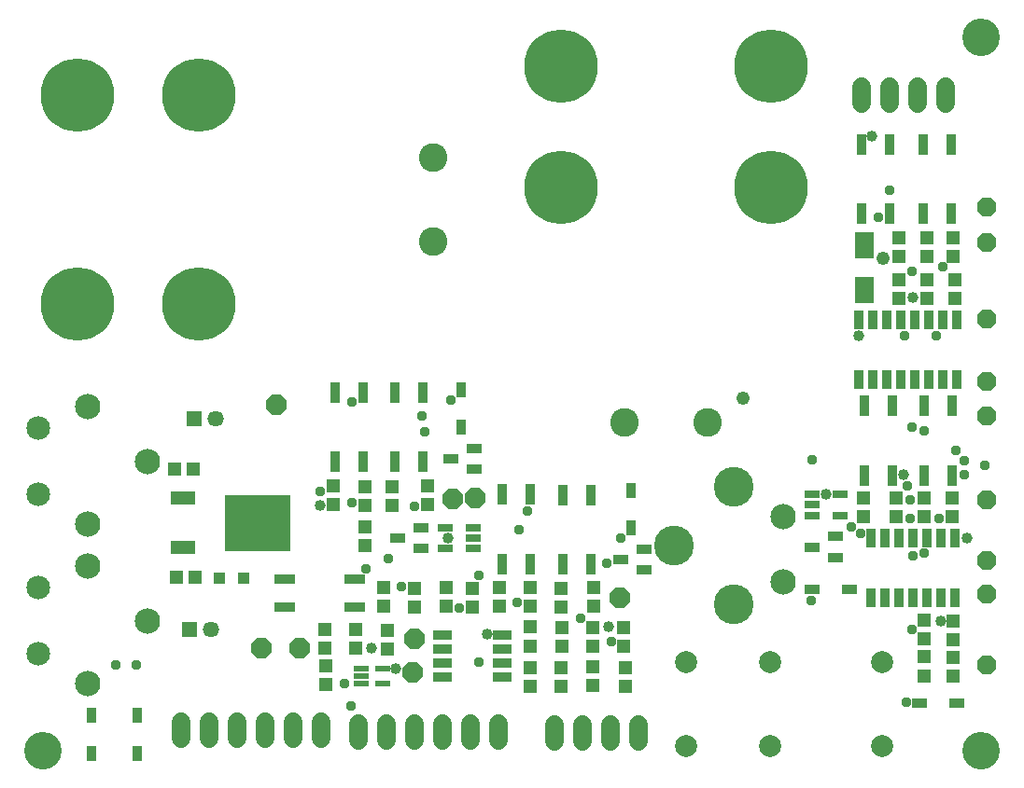
<source format=gbr>
G04 EAGLE Gerber RS-274X export*
G75*
%MOMM*%
%FSLAX34Y34*%
%LPD*%
%INSoldermask Top*%
%IPPOS*%
%AMOC8*
5,1,8,0,0,1.08239X$1,22.5*%
G01*
%ADD10C,3.403200*%
%ADD11P,1.951982X8X22.500000*%
%ADD12R,1.203200X1.303200*%
%ADD13R,1.461200X1.461200*%
%ADD14C,1.461200*%
%ADD15R,1.303200X1.203200*%
%ADD16R,2.303200X1.203200*%
%ADD17R,6.053200X5.103200*%
%ADD18R,0.953200X1.403200*%
%ADD19R,1.403200X0.953200*%
%ADD20R,1.003200X1.003200*%
%ADD21R,1.753200X2.403200*%
%ADD22R,0.853200X1.853200*%
%ADD23R,1.403200X0.803200*%
%ADD24R,0.853200X1.728200*%
%ADD25R,1.853200X0.853200*%
%ADD26R,1.728200X0.853200*%
%ADD27R,1.403200X0.603200*%
%ADD28C,6.665200*%
%ADD29C,2.603200*%
%ADD30C,2.303200*%
%ADD31C,2.153200*%
%ADD32C,2.003200*%
%ADD33R,1.403200X0.853200*%
%ADD34C,1.711200*%
%ADD35C,3.603200*%
%ADD36P,1.869504X8X22.500000*%
%ADD37C,0.959600*%
%ADD38C,1.209600*%
%ADD39C,1.009600*%


D10*
X228600Y63500D03*
X1079500Y63500D03*
X1079500Y711200D03*
D11*
X563870Y134085D03*
X620430Y292600D03*
X426515Y156125D03*
X439820Y377395D03*
X600085Y292275D03*
X461420Y156815D03*
X751860Y202320D03*
X565500Y164505D03*
D12*
X756975Y138585D03*
X756975Y121585D03*
X698180Y138995D03*
X698180Y121995D03*
X1027430Y131415D03*
X1027430Y148415D03*
D13*
X361140Y173325D03*
D14*
X381140Y173325D03*
D13*
X365165Y364860D03*
D14*
X385165Y364860D03*
D15*
X349185Y220875D03*
X366185Y220875D03*
X348075Y318830D03*
X365075Y318830D03*
D12*
X483870Y173600D03*
X483870Y156600D03*
X1004570Y474100D03*
X1004570Y491100D03*
X1054100Y164220D03*
X1054100Y181220D03*
X1054075Y131385D03*
X1054075Y148385D03*
D16*
X355290Y293055D03*
X355290Y247455D03*
D17*
X423290Y270255D03*
D18*
X608075Y357340D03*
X608075Y391340D03*
D19*
X1057080Y106165D03*
X1023080Y106165D03*
D18*
X761490Y299545D03*
X761490Y265545D03*
X272390Y61095D03*
X272390Y95095D03*
D20*
X410835Y219710D03*
X388835Y219710D03*
D21*
X973625Y481250D03*
X973625Y522250D03*
D18*
X314290Y95065D03*
X314290Y61065D03*
D19*
X959995Y210110D03*
X925995Y210110D03*
D22*
X518620Y388765D03*
X493220Y388765D03*
X493220Y325765D03*
X518620Y325765D03*
D23*
X926245Y295985D03*
X926245Y286485D03*
X926245Y276985D03*
X951245Y276985D03*
X951245Y295985D03*
D24*
X968650Y399875D03*
X981350Y399875D03*
X994050Y399875D03*
X1006750Y399875D03*
X1019450Y399875D03*
X1032150Y399875D03*
X1044850Y399875D03*
X1057550Y399875D03*
X1057550Y454115D03*
X1044850Y454115D03*
X1032150Y454115D03*
X1019450Y454115D03*
X1006750Y454115D03*
X994050Y454115D03*
X981350Y454115D03*
X968650Y454115D03*
D22*
X573035Y388765D03*
X547635Y388765D03*
X547635Y325765D03*
X573035Y325765D03*
X670705Y295730D03*
X645305Y295730D03*
X645305Y232730D03*
X670705Y232730D03*
D25*
X447845Y219420D03*
X447845Y194020D03*
X510845Y194020D03*
X510845Y219420D03*
D24*
X1055945Y255995D03*
X1043245Y255995D03*
X1030545Y255995D03*
X1017845Y255995D03*
X1005145Y255995D03*
X992445Y255995D03*
X979745Y255995D03*
X979745Y201755D03*
X992445Y201755D03*
X1005145Y201755D03*
X1017845Y201755D03*
X1030545Y201755D03*
X1043245Y201755D03*
X1055945Y201755D03*
D22*
X725275Y295595D03*
X699875Y295595D03*
X699875Y232595D03*
X725275Y232595D03*
D26*
X591040Y168215D03*
X591040Y155515D03*
X591040Y142815D03*
X591040Y130115D03*
X645280Y130115D03*
X645280Y142815D03*
X645280Y155515D03*
X645280Y168215D03*
D27*
X517335Y137635D03*
X517335Y131135D03*
X517335Y124635D03*
X536335Y124635D03*
X536335Y137635D03*
D23*
X618660Y246965D03*
X618660Y256465D03*
X618660Y265965D03*
X593660Y265965D03*
X593660Y246965D03*
D22*
X1027545Y313310D03*
X1052945Y313310D03*
X1052945Y376310D03*
X1027545Y376310D03*
X1026645Y550740D03*
X1052045Y550740D03*
X1052045Y613740D03*
X1026645Y613740D03*
X970640Y550590D03*
X996040Y550590D03*
X996040Y613590D03*
X970640Y613590D03*
X998800Y376155D03*
X973400Y376155D03*
X973400Y313155D03*
X998800Y313155D03*
D28*
X259420Y468570D03*
X369420Y468570D03*
D29*
X582420Y525570D03*
X582420Y601570D03*
D28*
X369420Y658570D03*
X259420Y658570D03*
X698500Y684530D03*
X698500Y574530D03*
D29*
X755500Y361530D03*
X831500Y361530D03*
D28*
X888500Y574530D03*
X888500Y684530D03*
D30*
X268985Y231265D03*
X268985Y124265D03*
D31*
X223985Y211265D03*
X223985Y151265D03*
D30*
X322985Y181265D03*
D32*
X989265Y143315D03*
X887665Y143315D03*
X811465Y143315D03*
X811465Y67115D03*
X887665Y67115D03*
X989265Y67115D03*
D30*
X268985Y376045D03*
X268985Y269045D03*
D31*
X223985Y356045D03*
X223985Y296045D03*
D30*
X322985Y326045D03*
D33*
X619475Y318685D03*
X619475Y337885D03*
X598475Y328285D03*
X773860Y227340D03*
X773860Y246540D03*
X752860Y236940D03*
X571085Y246795D03*
X571085Y265995D03*
X550085Y256395D03*
X947070Y238610D03*
X947070Y257810D03*
X926070Y248210D03*
D15*
X1027445Y164655D03*
X1027445Y181655D03*
X577010Y303550D03*
X577010Y286550D03*
X544835Y285930D03*
X544835Y302930D03*
X484530Y140110D03*
X484530Y123110D03*
X537605Y194520D03*
X537605Y211520D03*
X1052830Y292980D03*
X1052830Y275980D03*
X1054100Y529200D03*
X1054100Y512200D03*
X1004570Y529200D03*
X1004570Y512200D03*
X1027430Y275980D03*
X1027430Y292980D03*
X1002030Y292980D03*
X1002030Y275980D03*
X1055370Y491100D03*
X1055370Y474100D03*
X1029970Y529200D03*
X1029970Y512200D03*
X698015Y194035D03*
X698015Y211035D03*
X1029970Y474100D03*
X1029970Y491100D03*
X972820Y275980D03*
X972820Y292980D03*
X670615Y211870D03*
X670615Y194870D03*
X642455Y211460D03*
X642455Y194460D03*
X727310Y122230D03*
X727310Y139230D03*
X698740Y158150D03*
X698740Y175150D03*
X670095Y158495D03*
X670095Y175495D03*
X670315Y121790D03*
X670315Y138790D03*
X618115Y193775D03*
X618115Y210775D03*
X520495Y303215D03*
X520495Y286215D03*
X593790Y194165D03*
X593790Y211165D03*
X565290Y193900D03*
X565290Y210900D03*
X520915Y266495D03*
X520915Y249495D03*
X728145Y211645D03*
X728145Y194645D03*
X755445Y158280D03*
X755445Y175280D03*
X512170Y156385D03*
X512170Y173385D03*
X727465Y158320D03*
X727465Y175320D03*
X491790Y303460D03*
X491790Y286460D03*
X540575Y155895D03*
X540575Y172895D03*
D34*
X971350Y651160D02*
X971350Y666240D01*
X996750Y666240D02*
X996750Y651160D01*
X1022150Y651160D02*
X1022150Y666240D01*
X1047550Y666240D02*
X1047550Y651160D01*
X768510Y87240D02*
X768510Y72160D01*
X743110Y72160D02*
X743110Y87240D01*
X717710Y87240D02*
X717710Y72160D01*
X692310Y72160D02*
X692310Y87240D01*
X641390Y87980D02*
X641390Y72900D01*
X615990Y72900D02*
X615990Y87980D01*
X590590Y87980D02*
X590590Y72900D01*
X565190Y72900D02*
X565190Y87980D01*
X539790Y87980D02*
X539790Y72900D01*
X514390Y72900D02*
X514390Y87980D01*
X480340Y89250D02*
X480340Y74170D01*
X454940Y74170D02*
X454940Y89250D01*
X429540Y89250D02*
X429540Y74170D01*
X404140Y74170D02*
X404140Y89250D01*
X378740Y89250D02*
X378740Y74170D01*
X353340Y74170D02*
X353340Y89250D01*
D30*
X899700Y276125D03*
D35*
X854700Y303125D03*
X800700Y249625D03*
X854700Y196125D03*
D30*
X899700Y216125D03*
D36*
X1084580Y524805D03*
X1084580Y455600D03*
X1084580Y367245D03*
X1084580Y291475D03*
X1084580Y141540D03*
X1084580Y556770D03*
X1084580Y398665D03*
X1084580Y236220D03*
X1084580Y205270D03*
D37*
X294480Y141105D03*
X312885Y141105D03*
X970280Y260350D03*
X1014730Y274320D03*
X1082874Y322580D03*
X1064260Y313690D03*
X501650Y124460D03*
X508000Y104140D03*
D38*
X990000Y510000D03*
X863750Y383750D03*
D37*
X565000Y285000D03*
X575000Y352500D03*
X598750Y381250D03*
X660000Y263750D03*
X623750Y222500D03*
X508750Y288750D03*
X508750Y380000D03*
X541250Y237500D03*
X480000Y298750D03*
X740000Y233750D03*
X752500Y256250D03*
X658750Y197500D03*
X667500Y281250D03*
X716250Y183750D03*
D39*
X480000Y286250D03*
X1017500Y475000D03*
X548750Y137500D03*
X596250Y256250D03*
X938750Y296250D03*
X631250Y168750D03*
X1066250Y256250D03*
X1008750Y313750D03*
X968750Y440000D03*
X980000Y621250D03*
X1042500Y181250D03*
X526250Y156250D03*
X741250Y176250D03*
D37*
X572500Y367500D03*
X553750Y212500D03*
X1011250Y107500D03*
X986250Y547500D03*
X1041250Y273750D03*
X1045000Y502500D03*
X1027500Y353790D03*
X1015000Y291250D03*
X1016250Y498750D03*
X1010000Y440000D03*
X996250Y572500D03*
X1012500Y303750D03*
X1016250Y357500D03*
X1056250Y336250D03*
X961325Y266740D03*
X1027500Y242500D03*
X623750Y143750D03*
X743750Y162500D03*
X606250Y192500D03*
X926250Y327500D03*
X1038750Y440000D03*
X521250Y228750D03*
X1063750Y326250D03*
X1017500Y240000D03*
X1016250Y173750D03*
X925000Y200000D03*
M02*

</source>
